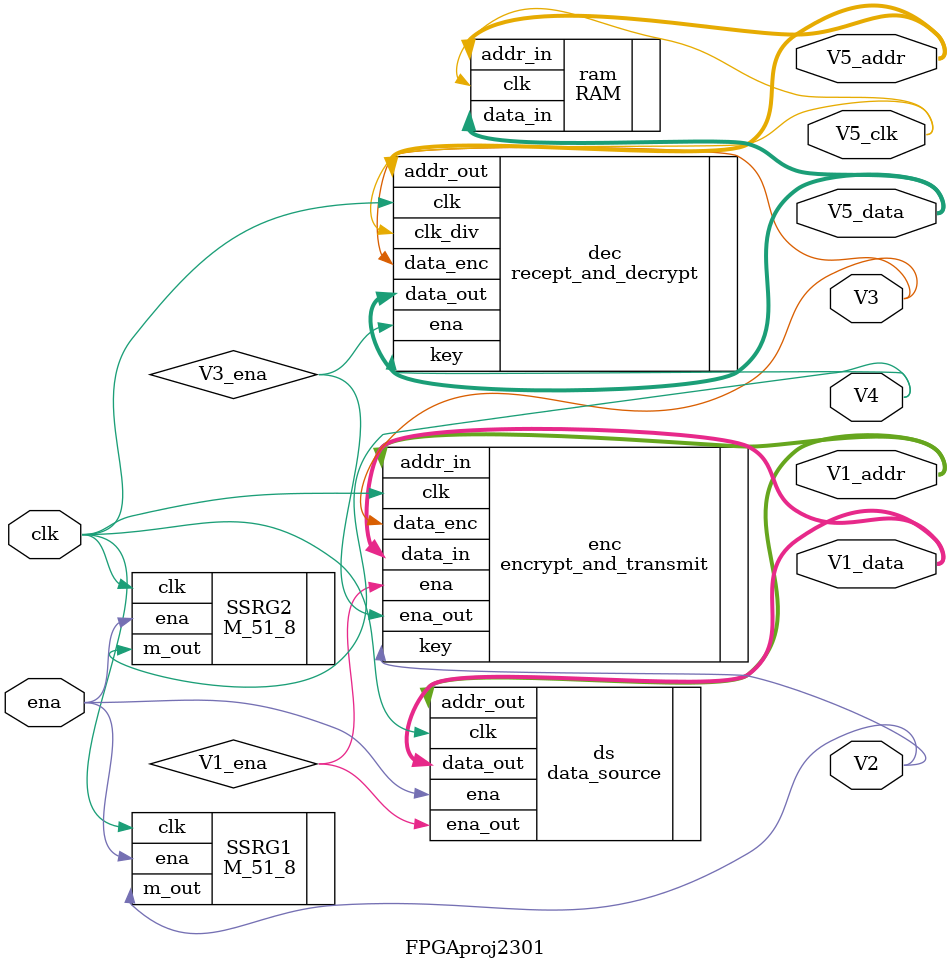
<source format=v>
module FPGAproj2301 (
    input clk, ena,
    output [3:0] V1_addr, V1_data,
    output V2, V3, V4,  // debug only
    // output data_out,    // debug only
    output V5_clk,
    output [3:0] V5_addr, V5_data
);
    // wire V2, V3, V4;        // non debugging only
    wire V1_ena, V3_ena;    // non debugging only
    data_source ds (
        .clk(clk),
        .ena(ena),
        .ena_out(V1_ena),
        .addr_out(V1_addr),
        .data_out(V1_data)
    );
    M_51_8 SSRG1 (
        .clk(clk),
        .ena(ena),
        .m_out(V2)
    );
    encrypt_and_transmit enc (
        .clk(clk),
        .ena(V1_ena),
        .key(V2),
        .addr_in(V1_addr),
        .data_in(V1_data),
        .ena_out(V3_ena),
        // .data_out(data_out),  // debug only
        .data_enc(V3)
    );
    M_51_8 SSRG2 (
        .clk(clk),
        .ena(ena),
        .m_out(V4)
    );
    recept_and_decrypt dec (
        .clk(clk),
        .ena(V3_ena),
        .data_enc(V3),
        .key(V4),
        .clk_div(V5_clk),
        .addr_out(V5_addr),
        .data_out(V5_data)
    );
    RAM ram (
        .clk(V5_clk),
        .addr_in(V5_addr),
        .data_in(V5_data)
    );
endmodule

</source>
